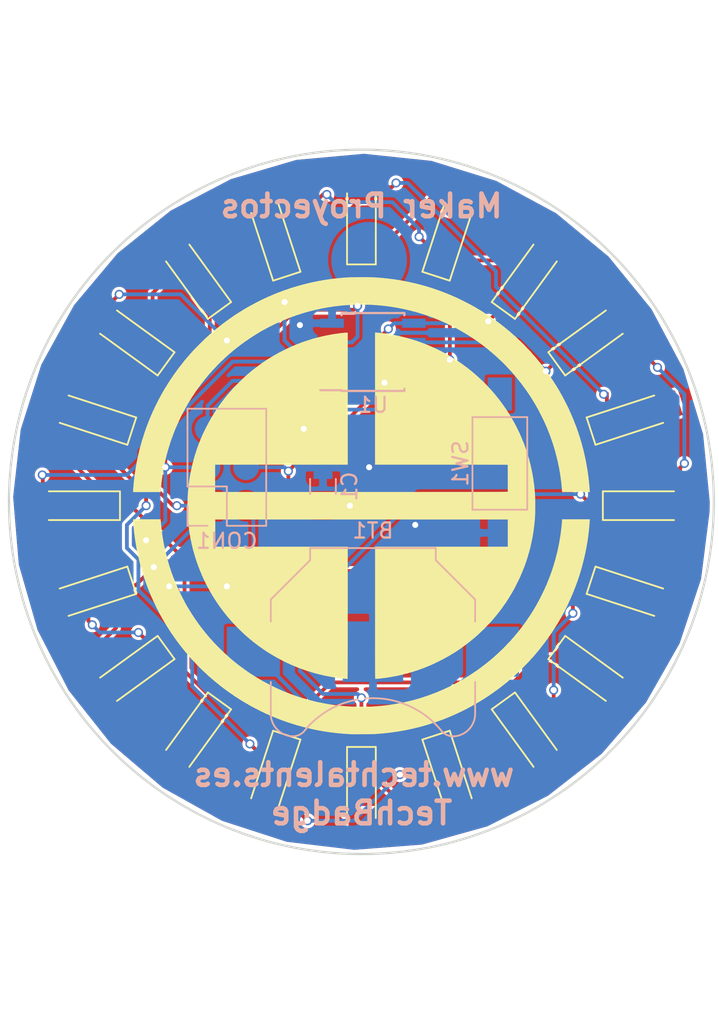
<source format=kicad_pcb>
(kicad_pcb (version 4) (host pcbnew 4.0.7-e2-6376~58~ubuntu16.04.1)
  (layers (0 F.Cu signal) (31 B.Cu signal) (34 B.Paste user) (35 F.Paste user) (36 B.SilkS user) (37 F.SilkS user) (38 B.Mask user) (39 F.Mask user) (44 Edge.Cuts user))
  (net 0 "")
  (net 1 +3V3)
  (net 2 GND)
  (net 3 "Net-(D1-Pad1)")
  (net 4 /MOSI)
  (net 5 "Net-(D12-Pad1)")
  (net 6 /MISO)
  (net 7 /SCK)
  (net 8 /RESET)
  (module Pin_Headers:Pin_Header_Straight_1x01_Pitch2.54mm (layer B.Cu) (at 93.472 81.28)
    (fp_text reference REF** hide)
    (fp_text value Pin_Header_Straight_1x01_Pitch2.54mm hide)
    (pad 1 smd circle (at 0 0) (size 5 5) (layers B.Cu B.Paste B.Mask))
  )
  (module Pin_Headers:Pin_Header_Straight_2x03_Pitch2.54mm (layer B.Cu) (at 82.804 97.536)
    (fp_text reference CON1 (at 1.27 2.33) (layer B.SilkS) (effects (justify mirror)))
    (fp_text value AVR-ISP-6)
    (pad 1 smd rect (at 0 0) (size 1.7 1.7) (layers B.Cu B.Paste B.Mask) (net 6 /MISO))
    (pad 2 smd oval (at 2.54 0) (size 1.7 1.7) (layers B.Cu B.Paste B.Mask) (net 1 +3V3))
    (pad 3 smd oval (at 0 -2.54) (size 1.7 1.7) (layers B.Cu B.Paste B.Mask) (net 7 /SCK))
    (pad 4 smd oval (at 2.54 -2.54) (size 1.7 1.7) (layers B.Cu B.Paste B.Mask) (net 4 /MOSI))
    (pad 5 smd oval (at 0 -5.08) (size 1.7 1.7) (layers B.Cu B.Paste B.Mask) (net 8 /RESET))
    (pad 6 smd oval (at 2.54 -5.08) (size 1.7 1.7) (layers B.Cu B.Paste B.Mask) (net 2 GND))
  )
  (module Battery_Holders:Keystone_3000_1x12mm-CoinCell (layer B.Cu) (at 93.726 107.188 180)
    (fp_text reference BT1 (at 0 8 180) (layer B.SilkS) (effects (justify mirror)))
    (fp_text value Battery)
    (pad 1 smd rect (at -7.9 0 180) (size 3.5 3.3) (layers B.Cu B.Paste B.Mask) (net 1 +3V3))
    (pad 1 smd rect (at 7.9 0 180) (size 3.5 3.3) (layers B.Cu B.Paste B.Mask) (net 1 +3V3))
    (pad 2 smd rect (at 0 0 180) (size 4 4) (layers B.Cu B.Mask) (net 2 GND))
  )
  (module Capacitors_SMD:C_0805_HandSoldering (layer B.Cu) (at 90.424 96.266 90)
    (fp_text reference C1 (at 0 1.75 90) (layer B.SilkS) (effects (justify mirror)))
    (fp_text value 10u)
    (pad 1 smd rect (at -1.25 0 90) (size 1.5 1.25) (layers B.Cu B.Paste B.Mask) (net 1 +3V3))
    (pad 2 smd rect (at 1.25 0 90) (size 1.5 1.25) (layers B.Cu B.Paste B.Mask) (net 2 GND))
  )
  (module LEDs:LED_1206_HandSoldering (layer F.Cu) (at 112.014 97.536)
    (fp_text reference D1 hide)
    (fp_text value LED)
    (pad 1 smd rect (at -2 0) (size 2 1.7) (layers F.Cu F.Paste F.Mask) (net 3 "Net-(D1-Pad1)"))
    (pad 2 smd rect (at 2 0) (size 2 1.7) (layers F.Cu F.Paste F.Mask) (net 4 /MOSI))
  )
  (module LEDs:LED_1206_HandSoldering (layer F.Cu) (at 111.081626 103.422773 342)
    (fp_text reference D2 hide)
    (fp_text value LED)
    (pad 1 smd rect (at -2 0 342) (size 2 1.7) (layers F.Cu F.Paste F.Mask) (net 4 /MOSI))
    (pad 2 smd rect (at 2 0 342) (size 2 1.7) (layers F.Cu F.Paste F.Mask) (net 5 "Net-(D12-Pad1)"))
  )
  (module LEDs:LED_1206_HandSoldering (layer F.Cu) (at 108.375773 108.733309 324)
    (fp_text reference D3 hide)
    (fp_text value LED)
    (pad 1 smd rect (at -2 0 324) (size 2 1.7) (layers F.Cu F.Paste F.Mask) (net 5 "Net-(D12-Pad1)"))
    (pad 2 smd rect (at 2 0 324) (size 2 1.7) (layers F.Cu F.Paste F.Mask) (net 6 /MISO))
  )
  (module LEDs:LED_1206_HandSoldering (layer F.Cu) (at 104.161309 112.947773 306)
    (fp_text reference D4 hide)
    (fp_text value LED)
    (pad 1 smd rect (at -2 0 306) (size 2 1.7) (layers F.Cu F.Paste F.Mask) (net 6 /MISO))
    (pad 2 smd rect (at 2 0 306) (size 2 1.7) (layers F.Cu F.Paste F.Mask) (net 7 /SCK))
  )
  (module LEDs:LED_1206_HandSoldering (layer F.Cu) (at 98.850773 115.653626 288)
    (fp_text reference D5 hide)
    (fp_text value LED)
    (pad 1 smd rect (at -2 0 288) (size 2 1.7) (layers F.Cu F.Paste F.Mask) (net 7 /SCK))
    (pad 2 smd rect (at 2 0 288) (size 2 1.7) (layers F.Cu F.Paste F.Mask) (net 3 "Net-(D1-Pad1)"))
  )
  (module LEDs:LED_1206_HandSoldering (layer F.Cu) (at 92.964 116.586 270)
    (fp_text reference D6 hide)
    (fp_text value LED)
    (pad 1 smd rect (at -2 0 270) (size 2 1.7) (layers F.Cu F.Paste F.Mask) (net 3 "Net-(D1-Pad1)"))
    (pad 2 smd rect (at 2 0 270) (size 2 1.7) (layers F.Cu F.Paste F.Mask) (net 5 "Net-(D12-Pad1)"))
  )
  (module LEDs:LED_1206_HandSoldering (layer F.Cu) (at 87.077226 115.653626 252)
    (fp_text reference D7 hide)
    (fp_text value LED)
    (pad 1 smd rect (at -2 0 252) (size 2 1.7) (layers F.Cu F.Paste F.Mask) (net 5 "Net-(D12-Pad1)"))
    (pad 2 smd rect (at 2 0 252) (size 2 1.7) (layers F.Cu F.Paste F.Mask) (net 7 /SCK))
  )
  (module LEDs:LED_1206_HandSoldering (layer F.Cu) (at 81.76669 112.947773 234)
    (fp_text reference D8 hide)
    (fp_text value LED)
    (pad 1 smd rect (at -2 0 234) (size 2 1.7) (layers F.Cu F.Paste F.Mask) (net 7 /SCK))
    (pad 2 smd rect (at 2 0 234) (size 2 1.7) (layers F.Cu F.Paste F.Mask) (net 4 /MOSI))
  )
  (module LEDs:LED_1206_HandSoldering (layer F.Cu) (at 77.552227 108.733309 216)
    (fp_text reference D9 hide)
    (fp_text value LED)
    (pad 1 smd rect (at -2 0 216) (size 2 1.7) (layers F.Cu F.Paste F.Mask) (net 4 /MOSI))
    (pad 2 smd rect (at 2 0 216) (size 2 1.7) (layers F.Cu F.Paste F.Mask) (net 6 /MISO))
  )
  (module LEDs:LED_1206_HandSoldering (layer F.Cu) (at 74.846374 103.422773 198)
    (fp_text reference D10 hide)
    (fp_text value LED)
    (pad 1 smd rect (at -2 0 198) (size 2 1.7) (layers F.Cu F.Paste F.Mask) (net 6 /MISO))
    (pad 2 smd rect (at 2 0 198) (size 2 1.7) (layers F.Cu F.Paste F.Mask) (net 3 "Net-(D1-Pad1)"))
  )
  (module LEDs:LED_1206_HandSoldering (layer F.Cu) (at 73.914 97.536 180)
    (fp_text reference D11 hide)
    (fp_text value LED)
    (pad 1 smd rect (at -2 0 180) (size 2 1.7) (layers F.Cu F.Paste F.Mask) (net 4 /MOSI))
    (pad 2 smd rect (at 2 0 180) (size 2 1.7) (layers F.Cu F.Paste F.Mask) (net 3 "Net-(D1-Pad1)"))
  )
  (module LEDs:LED_1206_HandSoldering (layer F.Cu) (at 74.846374 91.649226 162)
    (fp_text reference D12 hide)
    (fp_text value LED)
    (pad 1 smd rect (at -2 0 162) (size 2 1.7) (layers F.Cu F.Paste F.Mask) (net 5 "Net-(D12-Pad1)"))
    (pad 2 smd rect (at 2 0 162) (size 2 1.7) (layers F.Cu F.Paste F.Mask) (net 4 /MOSI))
  )
  (module LEDs:LED_1206_HandSoldering (layer F.Cu) (at 77.552227 86.33869 144)
    (fp_text reference D13 hide)
    (fp_text value LED)
    (pad 1 smd rect (at -2 0 144) (size 2 1.7) (layers F.Cu F.Paste F.Mask) (net 6 /MISO))
    (pad 2 smd rect (at 2 0 144) (size 2 1.7) (layers F.Cu F.Paste F.Mask) (net 5 "Net-(D12-Pad1)"))
  )
  (module LEDs:LED_1206_HandSoldering (layer F.Cu) (at 81.76669 82.124227 126)
    (fp_text reference D14 hide)
    (fp_text value LED)
    (pad 1 smd rect (at -2 0 126) (size 2 1.7) (layers F.Cu F.Paste F.Mask) (net 7 /SCK))
    (pad 2 smd rect (at 2 0 126) (size 2 1.7) (layers F.Cu F.Paste F.Mask) (net 6 /MISO))
  )
  (module LEDs:LED_1206_HandSoldering (layer F.Cu) (at 87.077226 79.418374 108)
    (fp_text reference D15 hide)
    (fp_text value LED)
    (pad 1 smd rect (at -2 0 108) (size 2 1.7) (layers F.Cu F.Paste F.Mask) (net 3 "Net-(D1-Pad1)"))
    (pad 2 smd rect (at 2 0 108) (size 2 1.7) (layers F.Cu F.Paste F.Mask) (net 7 /SCK))
  )
  (module LEDs:LED_1206_HandSoldering (layer F.Cu) (at 92.963999 78.486 90)
    (fp_text reference D16 hide)
    (fp_text value LED)
    (pad 1 smd rect (at -2 0 90) (size 2 1.7) (layers F.Cu F.Paste F.Mask) (net 5 "Net-(D12-Pad1)"))
    (pad 2 smd rect (at 2 0 90) (size 2 1.7) (layers F.Cu F.Paste F.Mask) (net 3 "Net-(D1-Pad1)"))
  )
  (module LEDs:LED_1206_HandSoldering (layer F.Cu) (at 98.850773 79.418374 72)
    (fp_text reference D17 hide)
    (fp_text value LED)
    (pad 1 smd rect (at -2 0 72) (size 2 1.7) (layers F.Cu F.Paste F.Mask) (net 7 /SCK))
    (pad 2 smd rect (at 2 0 72) (size 2 1.7) (layers F.Cu F.Paste F.Mask) (net 5 "Net-(D12-Pad1)"))
  )
  (module LEDs:LED_1206_HandSoldering (layer F.Cu) (at 104.161309 82.124227 54)
    (fp_text reference D18 hide)
    (fp_text value LED)
    (pad 1 smd rect (at -2 0 54) (size 2 1.7) (layers F.Cu F.Paste F.Mask) (net 4 /MOSI))
    (pad 2 smd rect (at 2 0 54) (size 2 1.7) (layers F.Cu F.Paste F.Mask) (net 7 /SCK))
  )
  (module LEDs:LED_1206_HandSoldering (layer F.Cu) (at 108.375773 86.33869 36)
    (fp_text reference D19 hide)
    (fp_text value LED)
    (pad 1 smd rect (at -2 0 36) (size 2 1.7) (layers F.Cu F.Paste F.Mask) (net 6 /MISO))
    (pad 2 smd rect (at 2 0 36) (size 2 1.7) (layers F.Cu F.Paste F.Mask) (net 4 /MOSI))
  )
  (module LEDs:LED_1206_HandSoldering (layer F.Cu) (at 111.081626 91.649226 18)
    (fp_text reference D20 hide)
    (fp_text value LED)
    (pad 1 smd rect (at -2 0 18) (size 2 1.7) (layers F.Cu F.Paste F.Mask) (net 3 "Net-(D1-Pad1)"))
    (pad 2 smd rect (at 2 0 18) (size 2 1.7) (layers F.Cu F.Paste F.Mask) (net 6 /MISO))
  )
  (module Buttons_Switches_SMD:SW_SPST_FSMSM (layer B.Cu) (at 102.108 94.742 270)
    (fp_text reference SW1 (at 0 2.6 270) (layer B.SilkS) (effects (justify mirror)))
    (fp_text value SW_Push)
    (pad 1 smd rect (at -4.59 0 270) (size 2.18 1.6) (layers B.Cu B.Paste B.Mask) (net 8 /RESET))
    (pad 2 smd rect (at 4.59 0 270) (size 2.18 1.6) (layers B.Cu B.Paste B.Mask) (net 2 GND))
  )
  (module Housings_SOIC:SOIC-8_3.9x4.9mm_Pitch1.27mm (layer B.Cu) (at 93.726 87.376)
    (fp_text reference U1 (at 0 3.5) (layer B.SilkS) (effects (justify mirror)))
    (fp_text value ATTINY85-20SU)
    (pad 1 smd rect (at -2.7 1.905) (size 1.55 0.6) (layers B.Cu B.Paste B.Mask) (net 8 /RESET))
    (pad 2 smd rect (at -2.7 0.635) (size 1.55 0.6) (layers B.Cu B.Paste B.Mask) (net 3 "Net-(D1-Pad1)"))
    (pad 3 smd rect (at -2.7 -0.635) (size 1.55 0.6) (layers B.Cu B.Paste B.Mask) (net 5 "Net-(D12-Pad1)"))
    (pad 4 smd rect (at -2.7 -1.905) (size 1.55 0.6) (layers B.Cu B.Paste B.Mask) (net 2 GND))
    (pad 5 smd rect (at 2.7 -1.905) (size 1.55 0.6) (layers B.Cu B.Paste B.Mask) (net 4 /MOSI))
    (pad 6 smd rect (at 2.7 -0.635) (size 1.55 0.6) (layers B.Cu B.Paste B.Mask) (net 6 /MISO))
    (pad 7 smd rect (at 2.7 0.635) (size 1.55 0.6) (layers B.Cu B.Paste B.Mask) (net 7 /SCK))
    (pad 8 smd rect (at 2.7 1.905) (size 1.55 0.6) (layers B.Cu B.Paste B.Mask) (net 1 +3V3))
  )
  (module pin_attiny:logo (layer F.Cu) (at 92.964 97.536)
    (fp_text reference G*** hide)
    (fp_text value LOGO hide)
  )
  (gr_text TechBadge (at 92.964 117.856) (layer B.SilkS) (effects (font (size 1.5 1.5) (thickness 0.3)) (justify mirror)))
  (gr_text "Maker Proyectos" (at 92.964 77.724) (layer B.SilkS) (effects (font (size 1.5 1.5) (thickness 0.3)) (justify mirror)))
  (gr_text www.techtalents.es (at 92.456 115.316) (layer B.SilkS) (effects (font (size 1.5 1.5) (thickness 0.3)) (justify mirror)))
  (gr_circle (center 92.964 97.282) (end 116.078 100.076) (layer Edge.Cuts) (width 0.15))
  (segment (start 101.626 107.188) (end 101.6 107.188) (width 0.25) (layer B.Cu) (net 1))
  (segment (start 101.6 107.188) (end 97.79 110.998) (width 0.25) (layer B.Cu) (net 1))
  (segment (start 97.79 110.998) (end 89.636 110.998) (width 0.25) (layer B.Cu) (net 1))
  (segment (start 89.636 110.998) (end 85.826 107.188) (width 0.25) (layer B.Cu) (net 1))
  (segment (start 85.826 107.188) (end 85.826 98.018) (width 0.25) (layer B.Cu) (net 1))
  (segment (start 85.826 98.018) (end 85.344 97.536) (width 0.25) (layer B.Cu) (net 1))
  (segment (start 96.426 89.281) (end 94.615 89.281) (width 0.25) (layer B.Cu) (net 1))
  (segment (start 92.182 97.516) (end 90.424 97.516) (width 0.25) (layer B.Cu) (net 1))
  (segment (start 92.202 97.536) (end 92.182 97.516) (width 0.25) (layer B.Cu) (net 1))
  (via (at 92.202 97.536) (size 0.6) (drill 0.4) (layers F.Cu B.Cu) (net 1))
  (segment (start 92.202 91.694) (end 92.202 97.536) (width 0.25) (layer F.Cu) (net 1))
  (segment (start 94.488 89.408) (end 92.202 91.694) (width 0.25) (layer F.Cu) (net 1))
  (via (at 94.488 89.408) (size 0.6) (drill 0.4) (layers F.Cu B.Cu) (net 1))
  (segment (start 94.615 89.281) (end 94.488 89.408) (width 0.25) (layer B.Cu) (net 1))
  (segment (start 85.344 97.536) (end 90.404 97.536) (width 0.25) (layer B.Cu) (net 1))
  (segment (start 90.404 97.536) (end 90.424 97.516) (width 0.25) (layer B.Cu) (net 1))
  (segment (start 102.108 99.332) (end 97.046 99.332) (width 0.25) (layer B.Cu) (net 2))
  (segment (start 93.452 95.016) (end 90.424 95.016) (width 0.25) (layer B.Cu) (net 2))
  (segment (start 93.472 94.996) (end 93.452 95.016) (width 0.25) (layer B.Cu) (net 2))
  (via (at 93.472 94.996) (size 0.6) (drill 0.4) (layers F.Cu B.Cu) (net 2))
  (segment (start 93.472 95.758) (end 93.472 94.996) (width 0.25) (layer F.Cu) (net 2))
  (segment (start 96.52 98.806) (end 93.472 95.758) (width 0.25) (layer F.Cu) (net 2))
  (via (at 96.52 98.806) (size 0.6) (drill 0.4) (layers F.Cu B.Cu) (net 2))
  (segment (start 97.046 99.332) (end 96.52 98.806) (width 0.25) (layer B.Cu) (net 2))
  (segment (start 91.026 85.471) (end 89.027 85.471) (width 0.25) (layer B.Cu) (net 2))
  (segment (start 89.154 92.456) (end 87.376 92.456) (width 0.25) (layer B.Cu) (net 2))
  (via (at 89.154 92.456) (size 0.6) (drill 0.4) (layers F.Cu B.Cu) (net 2))
  (segment (start 89.154 85.852) (end 89.154 92.456) (width 0.25) (layer F.Cu) (net 2))
  (segment (start 88.9 85.598) (end 89.154 85.852) (width 0.25) (layer F.Cu) (net 2))
  (via (at 88.9 85.598) (size 0.6) (drill 0.4) (layers F.Cu B.Cu) (net 2))
  (segment (start 89.027 85.471) (end 88.9 85.598) (width 0.25) (layer B.Cu) (net 2))
  (segment (start 102.108 99.332) (end 97.01 99.332) (width 0.25) (layer B.Cu) (net 2))
  (segment (start 93.726 102.616) (end 93.726 107.188) (width 0.25) (layer B.Cu) (net 2))
  (segment (start 97.01 99.332) (end 93.726 102.616) (width 0.25) (layer B.Cu) (net 2))
  (segment (start 90.424 95.016) (end 90.19 95.016) (width 0.25) (layer B.Cu) (net 2))
  (segment (start 90.19 95.016) (end 87.63 92.456) (width 0.25) (layer B.Cu) (net 2))
  (segment (start 87.63 92.456) (end 87.376 92.456) (width 0.25) (layer B.Cu) (net 2))
  (segment (start 87.376 92.456) (end 85.344 92.456) (width 0.25) (layer B.Cu) (net 2))
  (segment (start 89.281 88.011) (end 84.455 88.011) (width 0.25) (layer B.Cu) (net 3))
  (segment (start 71.914 95.536) (end 71.914 97.536) (width 0.25) (layer F.Cu) (net 3))
  (segment (start 71.882 95.504) (end 71.914 95.536) (width 0.25) (layer F.Cu) (net 3))
  (via (at 71.882 95.504) (size 0.6) (drill 0.4) (layers F.Cu B.Cu) (net 3))
  (segment (start 77.47 95.504) (end 71.882 95.504) (width 0.25) (layer B.Cu) (net 3))
  (segment (start 78.486 94.488) (end 77.47 95.504) (width 0.25) (layer B.Cu) (net 3))
  (segment (start 78.486 93.98) (end 78.486 94.488) (width 0.25) (layer B.Cu) (net 3))
  (segment (start 84.455 88.011) (end 78.486 93.98) (width 0.25) (layer B.Cu) (net 3))
  (segment (start 92.964 114.586) (end 92.964 110.236) (width 0.25) (layer F.Cu) (net 3))
  (segment (start 108.204 97.536) (end 110.014 97.536) (width 0.25) (layer F.Cu) (net 3))
  (segment (start 107.442 96.774) (end 108.204 97.536) (width 0.25) (layer F.Cu) (net 3))
  (via (at 107.442 96.774) (size 0.6) (drill 0.4) (layers F.Cu B.Cu) (net 3))
  (segment (start 96.774 96.774) (end 107.442 96.774) (width 0.25) (layer B.Cu) (net 3))
  (segment (start 88.9 104.648) (end 96.774 96.774) (width 0.25) (layer B.Cu) (net 3))
  (segment (start 88.9 108.458) (end 88.9 104.648) (width 0.25) (layer B.Cu) (net 3))
  (segment (start 90.424 109.982) (end 88.9 108.458) (width 0.25) (layer B.Cu) (net 3))
  (segment (start 92.71 109.982) (end 90.424 109.982) (width 0.25) (layer B.Cu) (net 3))
  (segment (start 92.964 110.236) (end 92.71 109.982) (width 0.25) (layer B.Cu) (net 3))
  (via (at 92.964 110.236) (size 0.6) (drill 0.4) (layers F.Cu B.Cu) (net 3))
  (segment (start 91.026 88.011) (end 89.281 88.011) (width 0.25) (layer B.Cu) (net 3))
  (segment (start 88.392 83.566) (end 88.392 82.017227) (width 0.25) (layer F.Cu) (net 3))
  (segment (start 87.884 84.074) (end 88.392 83.566) (width 0.25) (layer F.Cu) (net 3))
  (via (at 87.884 84.074) (size 0.6) (drill 0.4) (layers F.Cu B.Cu) (net 3))
  (segment (start 87.884 86.614) (end 87.884 84.074) (width 0.25) (layer B.Cu) (net 3))
  (segment (start 89.281 88.011) (end 87.884 86.614) (width 0.25) (layer B.Cu) (net 3))
  (segment (start 88.392 82.017227) (end 87.69526 81.320487) (width 0.25) (layer F.Cu) (net 3))
  (segment (start 92.963999 76.486) (end 92.963999 77.216001) (width 0.25) (layer F.Cu) (net 3))
  (segment (start 92.963999 77.216001) (end 90.17 80.01) (width 0.25) (layer F.Cu) (net 3))
  (segment (start 89.005747 80.01) (end 87.69526 81.320487) (width 0.25) (layer F.Cu) (net 3))
  (segment (start 90.17 80.01) (end 89.005747 80.01) (width 0.25) (layer F.Cu) (net 3))
  (segment (start 109.179513 92.26726) (end 109.179513 90.129513) (width 0.25) (layer F.Cu) (net 3))
  (segment (start 94.964 76.486) (end 92.963999 76.486) (width 0.25) (layer F.Cu) (net 3))
  (segment (start 95.25 76.2) (end 94.964 76.486) (width 0.25) (layer F.Cu) (net 3))
  (via (at 95.25 76.2) (size 0.6) (drill 0.4) (layers F.Cu B.Cu) (net 3))
  (segment (start 96.012 76.2) (end 95.25 76.2) (width 0.25) (layer B.Cu) (net 3))
  (segment (start 101.854 82.042) (end 96.012 76.2) (width 0.25) (layer B.Cu) (net 3))
  (segment (start 101.854 83.058) (end 101.854 82.042) (width 0.25) (layer B.Cu) (net 3))
  (segment (start 108.966 90.17) (end 101.854 83.058) (width 0.25) (layer B.Cu) (net 3))
  (via (at 108.966 90.17) (size 0.6) (drill 0.4) (layers F.Cu B.Cu) (net 3))
  (segment (start 109.139026 90.17) (end 108.966 90.17) (width 0.25) (layer F.Cu) (net 3))
  (segment (start 109.179513 90.129513) (end 109.139026 90.17) (width 0.25) (layer F.Cu) (net 3))
  (segment (start 87.69526 81.320487) (end 87.924487 81.320487) (width 0.25) (layer F.Cu) (net 3))
  (segment (start 72.944261 104.040807) (end 72.944261 98.566261) (width 0.25) (layer F.Cu) (net 3))
  (segment (start 72.944261 98.566261) (end 71.914 97.536) (width 0.25) (layer F.Cu) (net 3))
  (segment (start 99.468807 117.555739) (end 95.933739 117.555739) (width 0.25) (layer F.Cu) (net 3))
  (segment (start 95.933739 117.555739) (end 92.964 114.586) (width 0.25) (layer F.Cu) (net 3))
  (segment (start 109.179513 92.26726) (end 109.179513 96.701513) (width 0.25) (layer F.Cu) (net 3))
  (segment (start 109.179513 96.701513) (end 110.014 97.536) (width 0.25) (layer F.Cu) (net 3))
  (segment (start 109.993807 85.163119) (end 109.993807 85.863807) (width 0.25) (layer F.Cu) (net 4))
  (segment (start 109.993807 85.863807) (end 112.522 88.392) (width 0.25) (layer F.Cu) (net 4))
  (segment (start 114.014 95.028) (end 114.014 97.536) (width 0.25) (layer F.Cu) (net 4))
  (segment (start 114.3 94.742) (end 114.014 95.028) (width 0.25) (layer F.Cu) (net 4))
  (via (at 114.3 94.742) (size 0.6) (drill 0.4) (layers F.Cu B.Cu) (net 4))
  (segment (start 114.3 90.17) (end 114.3 94.742) (width 0.25) (layer B.Cu) (net 4))
  (segment (start 112.522 88.392) (end 114.3 90.17) (width 0.25) (layer B.Cu) (net 4))
  (via (at 112.522 88.392) (size 0.6) (drill 0.4) (layers F.Cu B.Cu) (net 4))
  (segment (start 96.426 85.471) (end 95.123 85.471) (width 0.25) (layer B.Cu) (net 4))
  (segment (start 90.424 92.964) (end 88.138 95.25) (width 0.25) (layer F.Cu) (net 4))
  (segment (start 90.424 92.202) (end 90.424 92.964) (width 0.25) (layer F.Cu) (net 4))
  (segment (start 93.472 89.154) (end 90.424 92.202) (width 0.25) (layer F.Cu) (net 4))
  (segment (start 93.472 87.122) (end 93.472 89.154) (width 0.25) (layer F.Cu) (net 4))
  (segment (start 94.742 85.852) (end 93.472 87.122) (width 0.25) (layer F.Cu) (net 4))
  (via (at 94.742 85.852) (size 0.6) (drill 0.4) (layers F.Cu B.Cu) (net 4))
  (segment (start 95.123 85.471) (end 94.742 85.852) (width 0.25) (layer B.Cu) (net 4))
  (segment (start 96.426 85.471) (end 101.219 85.471) (width 0.25) (layer B.Cu) (net 4))
  (segment (start 101.346 85.344) (end 102.947739 83.742261) (width 0.25) (layer F.Cu) (net 4))
  (via (at 101.346 85.344) (size 0.6) (drill 0.4) (layers F.Cu B.Cu) (net 4))
  (segment (start 101.219 85.471) (end 101.346 85.344) (width 0.25) (layer B.Cu) (net 4))
  (segment (start 102.947739 83.742261) (end 102.985738 83.742261) (width 0.25) (layer F.Cu) (net 4))
  (segment (start 75.914 97.536) (end 75.914 100.108) (width 0.25) (layer F.Cu) (net 4))
  (segment (start 78.232 105.918) (end 79.170261 106.856261) (width 0.25) (layer F.Cu) (net 4))
  (via (at 78.232 105.918) (size 0.6) (drill 0.4) (layers F.Cu B.Cu) (net 4))
  (segment (start 75.692 105.918) (end 78.232 105.918) (width 0.25) (layer B.Cu) (net 4))
  (segment (start 75.184 105.41) (end 75.692 105.918) (width 0.25) (layer B.Cu) (net 4))
  (via (at 75.184 105.41) (size 0.6) (drill 0.4) (layers F.Cu B.Cu) (net 4))
  (segment (start 74.93 105.156) (end 75.184 105.41) (width 0.25) (layer F.Cu) (net 4))
  (segment (start 74.93 101.092) (end 74.93 105.156) (width 0.25) (layer F.Cu) (net 4))
  (segment (start 75.914 100.108) (end 74.93 101.092) (width 0.25) (layer F.Cu) (net 4))
  (segment (start 79.170261 106.856261) (end 79.170261 107.557738) (width 0.25) (layer F.Cu) (net 4))
  (segment (start 75.914 97.536) (end 77.724 97.536) (width 0.25) (layer F.Cu) (net 4))
  (segment (start 77.724 97.536) (end 80.772 100.584) (width 0.25) (layer F.Cu) (net 4))
  (segment (start 80.772 100.584) (end 87.122 100.584) (width 0.25) (layer F.Cu) (net 4))
  (segment (start 87.122 100.584) (end 88.138 99.568) (width 0.25) (layer F.Cu) (net 4))
  (segment (start 88.138 99.568) (end 88.138 95.25) (width 0.25) (layer F.Cu) (net 4))
  (segment (start 87.884 94.996) (end 85.344 94.996) (width 0.25) (layer B.Cu) (net 4))
  (via (at 88.138 95.25) (size 0.6) (drill 0.4) (layers F.Cu B.Cu) (net 4))
  (segment (start 88.138 95.25) (end 87.884 94.996) (width 0.25) (layer B.Cu) (net 4))
  (segment (start 75.914 97.536) (end 75.914 96.742) (width 0.25) (layer F.Cu) (net 4))
  (segment (start 75.914 96.742) (end 72.944261 93.772261) (width 0.25) (layer F.Cu) (net 4))
  (segment (start 72.944261 93.772261) (end 72.944261 91.031192) (width 0.25) (layer F.Cu) (net 4))
  (segment (start 80.591119 114.565807) (end 80.591119 112.849119) (width 0.25) (layer F.Cu) (net 4))
  (segment (start 79.170261 111.428261) (end 79.170261 107.557738) (width 0.25) (layer F.Cu) (net 4))
  (segment (start 80.591119 112.849119) (end 79.170261 111.428261) (width 0.25) (layer F.Cu) (net 4))
  (segment (start 114.014 97.536) (end 114.014 98.584) (width 0.25) (layer F.Cu) (net 4))
  (segment (start 111.146252 100.838) (end 109.179513 102.804739) (width 0.25) (layer F.Cu) (net 4))
  (segment (start 111.76 100.838) (end 111.146252 100.838) (width 0.25) (layer F.Cu) (net 4))
  (segment (start 114.014 98.584) (end 111.76 100.838) (width 0.25) (layer F.Cu) (net 4))
  (segment (start 102.985738 83.742261) (end 108.572949 83.742261) (width 0.25) (layer F.Cu) (net 4))
  (segment (start 108.572949 83.742261) (end 109.993807 85.163119) (width 0.25) (layer F.Cu) (net 4))
  (segment (start 76.748487 92.26726) (end 76.748487 94.782487) (width 0.25) (layer F.Cu) (net 5))
  (segment (start 86.065513 113.751513) (end 87.69526 113.751513) (width 0.25) (layer F.Cu) (net 5))
  (segment (start 85.598 113.284) (end 86.065513 113.751513) (width 0.25) (layer F.Cu) (net 5))
  (via (at 85.598 113.284) (size 0.6) (drill 0.4) (layers F.Cu B.Cu) (net 5))
  (segment (start 81.788 109.474) (end 85.598 113.284) (width 0.25) (layer B.Cu) (net 5))
  (segment (start 81.788 106.68) (end 81.788 109.474) (width 0.25) (layer B.Cu) (net 5))
  (segment (start 78.232 103.124) (end 81.788 106.68) (width 0.25) (layer B.Cu) (net 5))
  (segment (start 78.232 101.092) (end 78.232 103.124) (width 0.25) (layer B.Cu) (net 5))
  (segment (start 77.47 100.33) (end 78.232 101.092) (width 0.25) (layer B.Cu) (net 5))
  (segment (start 77.47 98.806) (end 77.47 100.33) (width 0.25) (layer B.Cu) (net 5))
  (segment (start 78.74 97.536) (end 77.47 98.806) (width 0.25) (layer B.Cu) (net 5))
  (via (at 78.74 97.536) (size 0.6) (drill 0.4) (layers F.Cu B.Cu) (net 5))
  (segment (start 78.74 96.774) (end 78.74 97.536) (width 0.25) (layer F.Cu) (net 5))
  (segment (start 76.748487 94.782487) (end 78.74 96.774) (width 0.25) (layer F.Cu) (net 5))
  (segment (start 92.963999 80.486) (end 92.963999 84.074001) (width 0.25) (layer F.Cu) (net 5))
  (segment (start 92.963999 84.074001) (end 92.71 84.328) (width 0.25) (layer F.Cu) (net 5))
  (segment (start 91.026 86.741) (end 92.329 86.741) (width 0.25) (layer B.Cu) (net 5))
  (segment (start 92.329 86.741) (end 92.71 86.36) (width 0.25) (layer B.Cu) (net 5))
  (segment (start 92.71 86.36) (end 92.71 84.328) (width 0.25) (layer B.Cu) (net 5))
  (via (at 92.71 84.328) (size 0.6) (drill 0.4) (layers F.Cu B.Cu) (net 5))
  (segment (start 76.962 83.566) (end 75.934193 84.593807) (width 0.25) (layer F.Cu) (net 5))
  (segment (start 92.71 84.328) (end 92.456 84.582) (width 0.25) (layer F.Cu) (net 5))
  (segment (start 92.456 84.582) (end 88.646 84.582) (width 0.25) (layer F.Cu) (net 5))
  (segment (start 88.646 84.582) (end 86.614 86.614) (width 0.25) (layer F.Cu) (net 5))
  (segment (start 86.614 86.614) (end 84.074 86.614) (width 0.25) (layer F.Cu) (net 5))
  (via (at 84.074 86.614) (size 0.6) (drill 0.4) (layers F.Cu B.Cu) (net 5))
  (segment (start 84.074 86.614) (end 81.026 83.566) (width 0.25) (layer B.Cu) (net 5))
  (segment (start 81.026 83.566) (end 76.962 83.566) (width 0.25) (layer B.Cu) (net 5))
  (via (at 76.962 83.566) (size 0.6) (drill 0.4) (layers F.Cu B.Cu) (net 5))
  (segment (start 75.934193 84.593807) (end 75.934193 85.163119) (width 0.25) (layer F.Cu) (net 5))
  (segment (start 106.757739 107.557738) (end 104.024262 107.557738) (width 0.25) (layer F.Cu) (net 5))
  (segment (start 104.024262 107.557738) (end 102.362 109.22) (width 0.25) (layer F.Cu) (net 5))
  (segment (start 102.362 109.22) (end 90.932 109.22) (width 0.25) (layer F.Cu) (net 5))
  (segment (start 90.932 109.22) (end 87.69526 112.45674) (width 0.25) (layer F.Cu) (net 5))
  (segment (start 87.69526 112.45674) (end 87.69526 113.751513) (width 0.25) (layer F.Cu) (net 5))
  (segment (start 76.748487 92.26726) (end 76.748487 89.702487) (width 0.25) (layer F.Cu) (net 5))
  (segment (start 75.934193 88.888193) (end 75.934193 85.163119) (width 0.25) (layer F.Cu) (net 5))
  (segment (start 76.748487 89.702487) (end 75.934193 88.888193) (width 0.25) (layer F.Cu) (net 5))
  (segment (start 92.964 118.586) (end 92.529747 118.586) (width 0.25) (layer F.Cu) (net 5))
  (segment (start 92.529747 118.586) (end 87.69526 113.751513) (width 0.25) (layer F.Cu) (net 5))
  (segment (start 112.983739 104.040807) (end 112.983739 104.948261) (width 0.25) (layer F.Cu) (net 5))
  (segment (start 108.651477 105.664) (end 106.757739 107.557738) (width 0.25) (layer F.Cu) (net 5))
  (segment (start 112.268 105.664) (end 108.651477 105.664) (width 0.25) (layer F.Cu) (net 5))
  (segment (start 112.983739 104.948261) (end 112.268 105.664) (width 0.25) (layer F.Cu) (net 5))
  (segment (start 92.963999 80.486) (end 94.266 80.486) (width 0.25) (layer F.Cu) (net 5))
  (segment (start 97.79 76.962) (end 98.914546 76.962) (width 0.25) (layer F.Cu) (net 5))
  (segment (start 94.266 80.486) (end 97.79 76.962) (width 0.25) (layer F.Cu) (net 5))
  (segment (start 98.914546 76.962) (end 99.468807 77.516261) (width 0.25) (layer F.Cu) (net 5))
  (segment (start 79.248 101.6) (end 79.248 101.854) (width 0.25) (layer F.Cu) (net 6))
  (segment (start 85.09 101.854) (end 106.934 101.854) (width 0.25) (layer F.Cu) (net 6))
  (segment (start 84.074 102.87) (end 85.09 101.854) (width 0.25) (layer F.Cu) (net 6))
  (via (at 84.074 102.87) (size 0.6) (drill 0.4) (layers F.Cu B.Cu) (net 6))
  (segment (start 80.264 102.87) (end 84.074 102.87) (width 0.25) (layer B.Cu) (net 6))
  (via (at 80.264 102.87) (size 0.6) (drill 0.4) (layers F.Cu B.Cu) (net 6))
  (segment (start 79.248 101.854) (end 80.264 102.87) (width 0.25) (layer F.Cu) (net 6))
  (segment (start 112.983739 91.031192) (end 112.983739 95.296261) (width 0.25) (layer F.Cu) (net 6))
  (segment (start 112.983739 95.296261) (end 111.76 96.52) (width 0.25) (layer F.Cu) (net 6))
  (segment (start 111.76 96.52) (end 111.76 99.06) (width 0.25) (layer F.Cu) (net 6))
  (segment (start 111.76 99.06) (end 110.236 100.584) (width 0.25) (layer F.Cu) (net 6))
  (segment (start 110.236 100.584) (end 108.204 100.584) (width 0.25) (layer F.Cu) (net 6))
  (segment (start 108.204 100.584) (end 106.934 101.854) (width 0.25) (layer F.Cu) (net 6))
  (segment (start 105.664 109.728) (end 105.664 110.744) (width 0.25) (layer F.Cu) (net 6))
  (segment (start 106.934 101.854) (end 106.934 104.648) (width 0.25) (layer F.Cu) (net 6))
  (via (at 106.934 104.648) (size 0.6) (drill 0.4) (layers F.Cu B.Cu) (net 6))
  (segment (start 106.934 104.648) (end 105.664 105.918) (width 0.25) (layer B.Cu) (net 6))
  (segment (start 105.664 105.918) (end 105.664 109.728) (width 0.25) (layer B.Cu) (net 6))
  (via (at 105.664 109.728) (size 0.6) (drill 0.4) (layers F.Cu B.Cu) (net 6))
  (segment (start 79.170261 87.514261) (end 79.170261 96.188261) (width 0.25) (layer F.Cu) (net 6))
  (segment (start 80.772 97.536) (end 82.804 97.536) (width 0.25) (layer B.Cu) (net 6))
  (via (at 80.772 97.536) (size 0.6) (drill 0.4) (layers F.Cu B.Cu) (net 6))
  (segment (start 80.518 97.536) (end 80.772 97.536) (width 0.25) (layer F.Cu) (net 6))
  (segment (start 79.170261 96.188261) (end 80.518 97.536) (width 0.25) (layer F.Cu) (net 6))
  (segment (start 96.426 86.741) (end 103.251 86.741) (width 0.25) (layer B.Cu) (net 6))
  (segment (start 105.156 88.646) (end 106.287739 87.514261) (width 0.25) (layer F.Cu) (net 6))
  (via (at 105.156 88.646) (size 0.6) (drill 0.4) (layers F.Cu B.Cu) (net 6))
  (segment (start 103.251 86.741) (end 105.156 88.646) (width 0.25) (layer B.Cu) (net 6))
  (segment (start 106.287739 87.514261) (end 106.757739 87.514261) (width 0.25) (layer F.Cu) (net 6))
  (segment (start 82.804 97.536) (end 82.804 98.044) (width 0.25) (layer B.Cu) (net 6))
  (segment (start 82.804 98.044) (end 79.248 101.6) (width 0.25) (layer B.Cu) (net 6))
  (via (at 79.248 101.6) (size 0.6) (drill 0.4) (layers F.Cu B.Cu) (net 6))
  (segment (start 79.248 101.6) (end 78.043261 102.804739) (width 0.25) (layer F.Cu) (net 6))
  (segment (start 78.043261 102.804739) (end 76.748487 102.804739) (width 0.25) (layer F.Cu) (net 6))
  (segment (start 79.170261 87.514261) (end 79.170261 83.488261) (width 0.25) (layer F.Cu) (net 6))
  (segment (start 80.591119 82.067403) (end 80.591119 80.506193) (width 0.25) (layer F.Cu) (net 6))
  (segment (start 79.170261 83.488261) (end 80.591119 82.067403) (width 0.25) (layer F.Cu) (net 6))
  (segment (start 75.934193 109.90888) (end 75.934193 106.437807) (width 0.25) (layer F.Cu) (net 6))
  (segment (start 76.748487 105.623513) (end 76.748487 102.804739) (width 0.25) (layer F.Cu) (net 6))
  (segment (start 75.934193 106.437807) (end 76.748487 105.623513) (width 0.25) (layer F.Cu) (net 6))
  (segment (start 109.993807 109.90888) (end 109.80112 109.90888) (width 0.25) (layer F.Cu) (net 6))
  (segment (start 109.80112 109.90888) (end 108.966 110.744) (width 0.25) (layer F.Cu) (net 6))
  (segment (start 108.966 110.744) (end 105.664 110.744) (width 0.25) (layer F.Cu) (net 6))
  (segment (start 105.664 110.744) (end 105.078261 111.329739) (width 0.25) (layer F.Cu) (net 6))
  (segment (start 105.078261 111.329739) (end 102.985738 111.329739) (width 0.25) (layer F.Cu) (net 6))
  (segment (start 106.757739 87.514261) (end 109.466808 87.514261) (width 0.25) (layer F.Cu) (net 6))
  (segment (start 109.466808 87.514261) (end 112.983739 91.031192) (width 0.25) (layer F.Cu) (net 6))
  (segment (start 98.232739 81.320487) (end 98.232739 83.246739) (width 0.25) (layer F.Cu) (net 7))
  (segment (start 98.679 88.011) (end 96.426 88.011) (width 0.25) (layer B.Cu) (net 7))
  (segment (start 98.806 87.884) (end 98.679 88.011) (width 0.25) (layer B.Cu) (net 7))
  (via (at 98.806 87.884) (size 0.6) (drill 0.4) (layers F.Cu B.Cu) (net 7))
  (segment (start 98.806 83.82) (end 98.806 87.884) (width 0.25) (layer F.Cu) (net 7))
  (segment (start 98.232739 83.246739) (end 98.806 83.82) (width 0.25) (layer F.Cu) (net 7))
  (segment (start 86.459192 77.516261) (end 89.869739 77.516261) (width 0.25) (layer F.Cu) (net 7))
  (segment (start 96.774 79.756) (end 98.232739 81.214739) (width 0.25) (layer F.Cu) (net 7))
  (via (at 96.774 79.756) (size 0.6) (drill 0.4) (layers F.Cu B.Cu) (net 7))
  (segment (start 96.774 79.248) (end 96.774 79.756) (width 0.25) (layer B.Cu) (net 7))
  (segment (start 94.996 77.47) (end 96.774 79.248) (width 0.25) (layer B.Cu) (net 7))
  (segment (start 91.186 77.47) (end 94.996 77.47) (width 0.25) (layer B.Cu) (net 7))
  (segment (start 90.678 76.962) (end 91.186 77.47) (width 0.25) (layer B.Cu) (net 7))
  (via (at 90.678 76.962) (size 0.6) (drill 0.4) (layers F.Cu B.Cu) (net 7))
  (segment (start 90.424 76.962) (end 90.678 76.962) (width 0.25) (layer F.Cu) (net 7))
  (segment (start 89.869739 77.516261) (end 90.424 76.962) (width 0.25) (layer F.Cu) (net 7))
  (segment (start 98.232739 81.214739) (end 98.232739 81.320487) (width 0.25) (layer F.Cu) (net 7))
  (segment (start 82.942261 111.329739) (end 82.942261 110.120261) (width 0.25) (layer F.Cu) (net 7))
  (segment (start 82.942261 110.120261) (end 81.28 108.458) (width 0.25) (layer F.Cu) (net 7))
  (segment (start 80.01 98.552) (end 80.01 94.996) (width 0.25) (layer B.Cu) (net 7))
  (segment (start 78.74 99.822) (end 80.01 98.552) (width 0.25) (layer B.Cu) (net 7))
  (via (at 78.74 99.822) (size 0.6) (drill 0.4) (layers F.Cu B.Cu) (net 7))
  (segment (start 81.28 102.362) (end 78.74 99.822) (width 0.25) (layer F.Cu) (net 7))
  (segment (start 81.28 108.458) (end 81.28 102.362) (width 0.25) (layer F.Cu) (net 7))
  (segment (start 82.942261 83.742261) (end 82.942261 88.253739) (width 0.25) (layer F.Cu) (net 7))
  (segment (start 80.01 94.996) (end 82.804 94.996) (width 0.25) (layer B.Cu) (net 7))
  (via (at 80.01 94.996) (size 0.6) (drill 0.4) (layers F.Cu B.Cu) (net 7))
  (segment (start 80.01 91.186) (end 80.01 94.996) (width 0.25) (layer F.Cu) (net 7))
  (segment (start 82.942261 88.253739) (end 80.01 91.186) (width 0.25) (layer F.Cu) (net 7))
  (segment (start 98.232739 113.751513) (end 97.322487 113.751513) (width 0.25) (layer F.Cu) (net 7))
  (segment (start 88.599739 117.555739) (end 86.459192 117.555739) (width 0.25) (layer F.Cu) (net 7))
  (segment (start 89.408 118.364) (end 88.599739 117.555739) (width 0.25) (layer F.Cu) (net 7))
  (via (at 89.408 118.364) (size 0.6) (drill 0.4) (layers F.Cu B.Cu) (net 7))
  (segment (start 92.456 118.364) (end 89.408 118.364) (width 0.25) (layer B.Cu) (net 7))
  (segment (start 95.504 115.316) (end 92.456 118.364) (width 0.25) (layer B.Cu) (net 7))
  (via (at 95.504 115.316) (size 0.6) (drill 0.4) (layers F.Cu B.Cu) (net 7))
  (segment (start 95.758 115.316) (end 95.504 115.316) (width 0.25) (layer F.Cu) (net 7))
  (segment (start 97.322487 113.751513) (end 95.758 115.316) (width 0.25) (layer F.Cu) (net 7))
  (segment (start 98.232739 81.320487) (end 101.813513 81.320487) (width 0.25) (layer F.Cu) (net 7))
  (segment (start 101.813513 81.320487) (end 102.627807 80.506193) (width 0.25) (layer F.Cu) (net 7))
  (segment (start 102.627807 80.506193) (end 105.33688 80.506193) (width 0.25) (layer F.Cu) (net 7))
  (segment (start 82.942261 83.742261) (end 82.942261 80.125739) (width 0.25) (layer F.Cu) (net 7))
  (segment (start 85.551739 77.516261) (end 86.459192 77.516261) (width 0.25) (layer F.Cu) (net 7))
  (segment (start 82.942261 80.125739) (end 85.551739 77.516261) (width 0.25) (layer F.Cu) (net 7))
  (segment (start 86.459192 117.555739) (end 86.459192 116.177192) (width 0.25) (layer F.Cu) (net 7))
  (segment (start 86.459192 116.177192) (end 82.942261 112.660261) (width 0.25) (layer F.Cu) (net 7))
  (segment (start 82.942261 112.660261) (end 82.942261 111.329739) (width 0.25) (layer F.Cu) (net 7))
  (segment (start 105.33688 114.565807) (end 99.047033 114.565807) (width 0.25) (layer F.Cu) (net 7))
  (segment (start 99.047033 114.565807) (end 98.232739 113.751513) (width 0.25) (layer F.Cu) (net 7))
  (segment (start 102.108 90.152) (end 99.84 90.152) (width 0.25) (layer B.Cu) (net 8))
  (segment (start 91.026 90.772) (end 91.026 89.281) (width 0.25) (layer B.Cu) (net 8))
  (segment (start 91.44 91.186) (end 91.026 90.772) (width 0.25) (layer B.Cu) (net 8))
  (segment (start 98.806 91.186) (end 91.44 91.186) (width 0.25) (layer B.Cu) (net 8))
  (segment (start 99.84 90.152) (end 98.806 91.186) (width 0.25) (layer B.Cu) (net 8))
  (segment (start 91.026 89.281) (end 84.455 89.281) (width 0.25) (layer B.Cu) (net 8))
  (segment (start 84.455 89.281) (end 82.804 90.932) (width 0.25) (layer B.Cu) (net 8))
  (segment (start 82.804 90.932) (end 82.804 92.456) (width 0.25) (layer B.Cu) (net 8))
  (segment (start 102.108 90.152) (end 102.108 89.916) (width 0.25) (layer B.Cu) (net 8))
  (zone (net 2) (net_name GND) (layer F.Cu) (connect_pads (clearance 0.2)) (min_thickness 0.254) (fill yes (arc_segments 32) (thermal_gap 0.508) (thermal_bridge_width 0.508))
    (polygon (pts (xy 69.85 72.136) (xy 116.586 72.136) (xy 116.586 120.65) (xy 69.088 120.65)))
  )
  (zone (net 2) (net_name GND) (layer B.Cu) (connect_pads (clearance 0.2)) (min_thickness 0.254) (fill yes (arc_segments 32) (thermal_gap 0.508) (thermal_bridge_width 0.508))
    (polygon (pts (xy 69.85 72.136) (xy 116.586 72.136) (xy 116.586 120.65) (xy 69.088 120.65)))
  )
)
</source>
